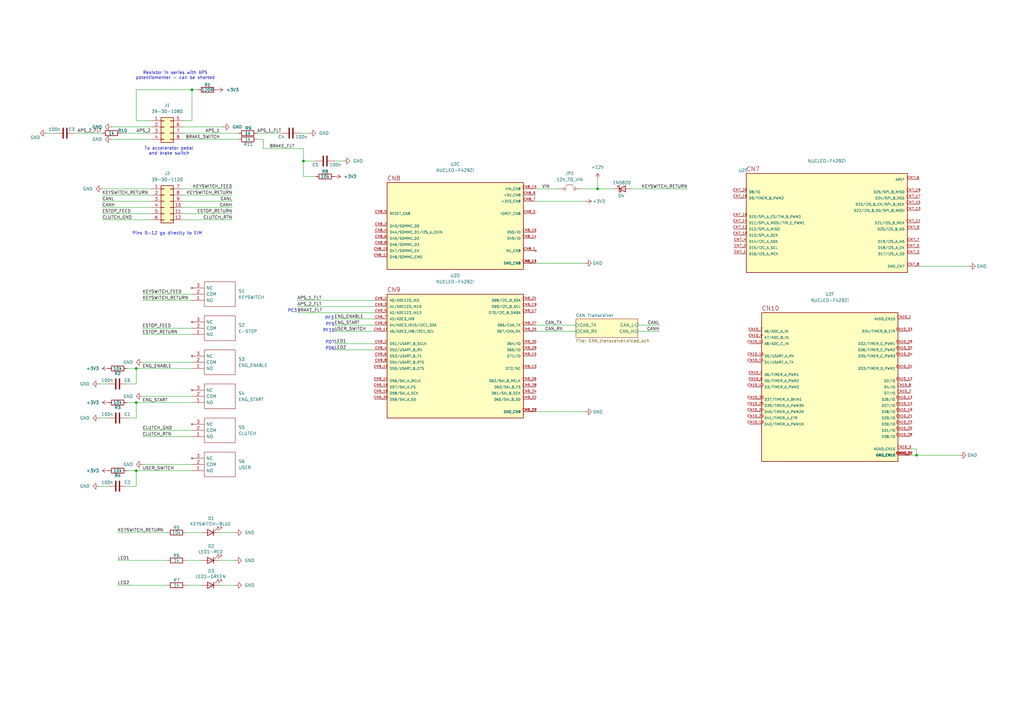
<source format=kicad_sch>
(kicad_sch (version 20231120) (generator "eeschema") (generator_version "8.0")
  (paper "A3")
  (junction (at 55.88 193.04))
  (junction (at 55.88 165.1))
  (junction (at 245.11 77.47))
  (junction (at 78.74 36.83))
  (junction (at 124.46 66.04))
  (junction (at 55.88 151.13))
  (junction (at 375.92 186.69))
  (wire (pts (xy 48.26 229.87) (xy 68.58 229.87)))
  (wire (pts (xy 52.07 151.13) (xy 55.88 151.13)))
  (wire (pts (xy 261.62 133.35) (xy 270.51 133.35)))
  (wire (pts (xy 55.88 165.1) (xy 78.74 165.1)))
  (wire (pts (xy 375.92 184.15) (xy 375.92 186.69)))
  (wire (pts (xy 40.64 171.45) (xy 44.45 171.45)))
  (wire (pts (xy 373.38 184.15) (xy 375.92 184.15)))
  (wire (pts (xy 219.71 77.47) (xy 228.6 77.47)))
  (wire (pts (xy 81.28 36.83) (xy 78.74 36.83)))
  (wire (pts (xy 30.48 54.61) (xy 41.91 54.61)))
  (wire (pts (xy 124.46 72.39) (xy 124.46 66.04)))
  (wire (pts (xy 78.74 179.07) (xy 58.42 179.07)))
  (wire (pts (xy 90.17 218.44) (xy 96.52 218.44)))
  (wire (pts (xy 129.54 72.39) (xy 124.46 72.39)))
  (wire (pts (xy 58.42 134.62) (xy 78.74 134.62)))
  (wire (pts (xy 41.91 85.09) (xy 62.23 85.09)))
  (wire (pts (xy 41.91 82.55) (xy 62.23 82.55)))
  (wire (pts (xy 49.53 54.61) (xy 62.23 54.61)))
  (wire (pts (xy 58.42 123.19) (xy 78.74 123.19)))
  (wire (pts (xy 107.95 60.96) (xy 124.46 60.96)))
  (wire (pts (xy 58.42 120.65) (xy 78.74 120.65)))
  (wire (pts (xy 137.16 140.97) (xy 153.67 140.97)))
  (wire (pts (xy 261.62 135.89) (xy 270.51 135.89)))
  (wire (pts (xy 40.64 199.39) (xy 44.45 199.39)))
  (wire (pts (xy 375.92 186.69) (xy 393.7 186.69)))
  (wire (pts (xy 58.42 162.56) (xy 78.74 162.56)))
  (wire (pts (xy 137.16 130.81) (xy 153.67 130.81)))
  (wire (pts (xy 74.93 57.15) (xy 97.79 57.15)))
  (wire (pts (xy 121.92 125.73) (xy 153.67 125.73)))
  (wire (pts (xy 76.2 218.44) (xy 82.55 218.44)))
  (wire (pts (xy 41.91 87.63) (xy 62.23 87.63)))
  (wire (pts (xy 137.16 133.35) (xy 153.67 133.35)))
  (wire (pts (xy 58.42 148.59) (xy 78.74 148.59)))
  (wire (pts (xy 219.71 135.89) (xy 236.22 135.89)))
  (wire (pts (xy 76.2 240.03) (xy 82.55 240.03)))
  (wire (pts (xy 245.11 77.47) (xy 251.46 77.47)))
  (wire (pts (xy 74.93 90.17) (xy 95.25 90.17)))
  (wire (pts (xy 90.17 240.03) (xy 96.52 240.03)))
  (wire (pts (xy 281.94 77.47) (xy 259.08 77.47)))
  (wire (pts (xy 55.88 36.83) (xy 55.88 49.53)))
  (wire (pts (xy 40.64 157.48) (xy 44.45 157.48)))
  (wire (pts (xy 45.72 57.15) (xy 62.23 57.15)))
  (wire (pts (xy 55.88 199.39) (xy 55.88 193.04)))
  (wire (pts (xy 74.93 54.61) (xy 97.79 54.61)))
  (wire (pts (xy 95.25 80.01) (xy 74.93 80.01)))
  (wire (pts (xy 19.05 54.61) (xy 22.86 54.61)))
  (wire (pts (xy 48.26 218.44) (xy 68.58 218.44)))
  (wire (pts (xy 45.72 52.07) (xy 62.23 52.07)))
  (wire (pts (xy 373.38 186.69) (xy 375.92 186.69)))
  (wire (pts (xy 52.07 171.45) (xy 55.88 171.45)))
  (wire (pts (xy 219.71 107.95) (xy 240.03 107.95)))
  (wire (pts (xy 140.97 66.04) (xy 137.16 66.04)))
  (wire (pts (xy 52.07 157.48) (xy 55.88 157.48)))
  (wire (pts (xy 48.26 240.03) (xy 68.58 240.03)))
  (wire (pts (xy 74.93 49.53) (xy 78.74 49.53)))
  (wire (pts (xy 78.74 49.53) (xy 78.74 36.83)))
  (wire (pts (xy 55.88 49.53) (xy 62.23 49.53)))
  (wire (pts (xy 90.17 229.87) (xy 96.52 229.87)))
  (wire (pts (xy 95.25 82.55) (xy 74.93 82.55)))
  (wire (pts (xy 91.44 52.07) (xy 74.93 52.07)))
  (wire (pts (xy 107.95 57.15) (xy 107.95 60.96)))
  (wire (pts (xy 74.93 87.63) (xy 95.25 87.63)))
  (wire (pts (xy 55.88 157.48) (xy 55.88 151.13)))
  (wire (pts (xy 58.42 190.5) (xy 78.74 190.5)))
  (wire (pts (xy 105.41 57.15) (xy 107.95 57.15)))
  (wire (pts (xy 124.46 66.04) (xy 129.54 66.04)))
  (wire (pts (xy 55.88 193.04) (xy 78.74 193.04)))
  (wire (pts (xy 137.16 135.89) (xy 153.67 135.89)))
  (wire (pts (xy 78.74 36.83) (xy 55.88 36.83)))
  (wire (pts (xy 377.19 109.22) (xy 397.51 109.22)))
  (wire (pts (xy 41.91 77.47) (xy 62.23 77.47)))
  (wire (pts (xy 127 54.61) (xy 123.19 54.61)))
  (wire (pts (xy 55.88 151.13) (xy 78.74 151.13)))
  (wire (pts (xy 76.2 229.87) (xy 82.55 229.87)))
  (wire (pts (xy 95.25 85.09) (xy 74.93 85.09)))
  (wire (pts (xy 95.25 77.47) (xy 74.93 77.47)))
  (wire (pts (xy 41.91 90.17) (xy 62.23 90.17)))
  (wire (pts (xy 219.71 168.91) (xy 240.03 168.91)))
  (wire (pts (xy 41.91 80.01) (xy 62.23 80.01)))
  (wire (pts (xy 52.07 193.04) (xy 55.88 193.04)))
  (wire (pts (xy 219.71 133.35) (xy 236.22 133.35)))
  (wire (pts (xy 78.74 176.53) (xy 58.42 176.53)))
  (wire (pts (xy 121.92 128.27) (xy 153.67 128.27)))
  (wire (pts (xy 245.11 73.66) (xy 245.11 77.47)))
  (wire (pts (xy 238.76 77.47) (xy 245.11 77.47)))
  (wire (pts (xy 105.41 54.61) (xy 115.57 54.61)))
  (wire (pts (xy 52.07 199.39) (xy 55.88 199.39)))
  (wire (pts (xy 219.71 82.55) (xy 240.03 82.55)))
  (wire (pts (xy 55.88 171.45) (xy 55.88 165.1)))
  (wire (pts (xy 121.92 123.19) (xy 153.67 123.19)))
  (wire (pts (xy 52.07 165.1) (xy 55.88 165.1)))
  (wire (pts (xy 58.42 137.16) (xy 78.74 137.16)))
  (wire (pts (xy 137.16 143.51) (xy 153.67 143.51)))
  (wire (pts (xy 124.46 60.96) (xy 124.46 66.04)))
  (text "Resistor in series with APS\npotentiomenter - can be shorted" (at 71.882 30.988 0) (effects (font (size 1.27 1.27))))
  (text "PF5" (at 135.382 133.096 0) (effects (font (size 1.27 1.27))))
  (text "To accelerator pedal\nand brake switch" (at 69.342 61.976 0) (effects (font (size 1.27 1.27))))
  (text "PD7" (at 135.382 140.462 0) (effects (font (size 1.27 1.27))))
  (text "PD6" (at 135.382 143.002 0) (effects (font (size 1.27 1.27))))
  (text "PF3" (at 135.128 130.556 0) (effects (font (size 1.27 1.27))))
  (text "PF10" (at 134.874 135.636 0) (effects (font (size 1.27 1.27))))
  (text "Pins 5-12 go directly to EIM" (at 68.58 95.758 0) (effects (font (size 1.27 1.27))))
  (text "PC3" (at 119.888 127.508 0) (effects (font (size 1.27 1.27))))
  (label "CANH" (at 95.25 85.09 180))
  (label "APS_2_FLT" (at 31.75 54.61 0))
  (label "APS_1" (at 90.17 54.61 180))
  (label "ENG_START" (at 137.16 133.35 0))
  (label "LED1" (at 48.26 229.87 0))
  (label "KEYSWITCH_FEED" (at 95.25 77.47 180))
  (label "APS_1_FLT" (at 121.92 123.19 0))
  (label "KEYSWITCH_RETURN" (at 41.91 80.01 0))
  (label "ENG_ENABLE" (at 58.42 151.13 0))
  (label "KEYSWITCH_RETURN" (at 95.25 80.01 180))
  (label "CAN_RX" (at 223.52 135.89 0))
  (label "CANH" (at 41.91 85.09 0))
  (label "ESTOP_RETURN" (at 95.25 87.63 180))
  (label "CANL" (at 270.51 133.35 180))
  (label "ENG_START" (at 58.42 165.1 0))
  (label "ESTOP_FEED" (at 41.91 87.63 0))
  (label "CLUTCH_RTN" (at 58.42 179.07 0))
  (label "USER_SWITCH" (at 137.16 135.89 0))
  (label "VIN" (at 222.25 77.47 0))
  (label "BRAKE_FLT" (at 110.49 60.96 0))
  (label "KEYSWITCH_RETURN" (at 48.26 218.44 0))
  (label "ENG_ENABLE" (at 137.16 130.81 0))
  (label "LED2" (at 137.16 143.51 0))
  (label "LED1" (at 137.16 140.97 0))
  (label "KEYSWITCH_FEED" (at 58.42 120.65 0))
  (label "APS_2" (at 55.88 54.61 0))
  (label "CANH" (at 270.51 135.89 180))
  (label "LED2" (at 48.26 240.03 0))
  (label "CAN_TX" (at 223.52 133.35 0))
  (label "APS_2_FLT" (at 121.92 125.73 0))
  (label "CLUTCH_GND" (at 41.91 90.17 0))
  (label "ESTOP_RETURN" (at 58.42 137.16 0))
  (label "BRAKE_FLT" (at 121.92 128.27 0))
  (label "CANL" (at 95.25 82.55 180))
  (label "KEYSWITCH_RETURN" (at 58.42 123.19 0))
  (label "CLUTCH_GND" (at 58.42 176.53 0))
  (label "CANL" (at 41.91 82.55 0))
  (label "BRAKE_SWITCH" (at 90.17 57.15 180))
  (label "KEYSWITCH_RETURN" (at 281.94 77.47 180))
  (label "APS_1_FLT" (at 105.41 54.61 0))
  (label "CLUTCH_RTN" (at 95.25 90.17 180))
  (label "ESTOP_FEED" (at 58.42 134.62 0))
  (label "USER_SWITCH" (at 58.42 193.04 0))
  (symbol (lib_id "power:GND") (at 240.03 168.91 90) (unit 1)
    (property "Reference" "#PWR019" (effects (hide yes)))
    (property "Value" "GND" (at 245.11 168.91 90))
    (property "Description" "Power symbol creates a global label with name \"GND\" , ground" (effects (hide yes)))
  )
  (symbol (lib_id "power:GND") (at 96.52 229.87 90) (unit 1)
    (property "Reference" "#PWR015" (effects (hide yes)))
    (property "Value" "GND" (at 100.33 229.8699 90) (effects (justify right)))
    (property "Description" "Power symbol creates a global label with name \"GND\" , ground" (effects (hide yes)))
  )
  (symbol (lib_id "Device:C") (at 133.35 66.04 270) (unit 1)
    (property "Reference" "C5" (at 128.016 67.564 90) (effects (justify left)))
    (property "Value" "100n" (at 135.128 67.564 90) (effects (justify left)))
    (property "Footprint" "Capacitor_SMD:C_0805_2012Metric_Pad1.18x1.45mm_HandSolder" (effects (hide yes)))
    (property "Description" "Unpolarized capacitor" (effects (hide yes)))
  )
  (symbol (lib_id "power:GND") (at 127 54.61 90) (unit 1)
    (property "Reference" "#PWR023" (effects (hide yes)))
    (property "Value" "GND" (at 130.81 54.6101 90) (effects (justify right)))
    (property "Description" "Power symbol creates a global label with name \"GND\" , ground" (effects (hide yes)))
  )
  (symbol (lib_id "power:GND") (at 45.72 57.15 270) (unit 1)
    (property "Reference" "#PWR06" (effects (hide yes)))
    (property "Value" "GND" (at 41.91 57.1499 90) (effects (justify right)))
    (property "Description" "Power symbol creates a global label with name \"GND\" , ground" (effects (hide yes)))
  )
  (symbol (lib_id "SamacSys_Parts:2MS1T2B4M2QES") (at 78.74 146.05 0) (unit 1)
    (property "Reference" "S3" (at 97.79 147.3199 0) (effects (justify left)))
    (property "Value" "ENG_ENABLE" (at 97.79 149.8599 0) (effects (justify left)))
    (property "Footprint" "SamacSys_Parts:2MS1T2B4M2QES" (effects (hide yes)))
    (property "Description" "Toggle Switches SPDT ON-ON 28VDC 1A, 3A Non-Illuminated" (effects (hide yes)))
    (property "Description_1" "Toggle Switches SPDT ON-ON 28VDC 1A, 3A Non-Illuminated" (effects (hide yes)))
    (property "Height" "19.56" (effects (hide yes)))
    (property "Mouser Part Number" "118-2MS1T2B4M2QES" (effects (hide yes)))
    (property "Mouser Price/Stock" "https://www.mouser.co.uk/ProductDetail/Dailywell/2MS1T2B4M2QES?qs=B6kkDfuK7%2FBFwlEcJvZVfQ%3D%3D" (effects (hide yes)))
    (property "Manufacturer_Name" "Dailywell" (effects (hide yes)))
    (property "Manufacturer_Part_Number" "2MS1T2B4M2QES" (effects (hide yes)))
  )
  (symbol (lib_id "power:GND") (at 19.05 54.61 270) (unit 1)
    (property "Reference" "#PWR022" (effects (hide yes)))
    (property "Value" "GND" (at 16.51 56.388 90) (effects (justify right)))
    (property "Description" "Power symbol creates a global label with name \"GND\" , ground" (effects (hide yes)))
  )
  (symbol (lib_id "power:GND") (at 397.51 109.22 90) (unit 1)
    (property "Reference" "#PWR021" (effects (hide yes)))
    (property "Value" "GND" (at 402.59 109.22 90))
    (property "Description" "Power symbol creates a global label with name \"GND\" , ground" (effects (hide yes)))
  )
  (symbol (lib_id "SamacSys_Parts:2MS1T2B4M2QES") (at 78.74 187.96 0) (unit 1)
    (property "Reference" "S6" (at 97.79 189.2299 0) (effects (justify left)))
    (property "Value" "USER" (at 97.79 191.7699 0) (effects (justify left)))
    (property "Footprint" "SamacSys_Parts:2MS1T2B4M2QES" (effects (hide yes)))
    (property "Description" "Toggle Switches SPDT ON-ON 28VDC 1A, 3A Non-Illuminated" (effects (hide yes)))
    (property "Description_1" "Toggle Switches SPDT ON-ON 28VDC 1A, 3A Non-Illuminated" (effects (hide yes)))
    (property "Height" "19.56" (effects (hide yes)))
    (property "Mouser Part Number" "118-2MS1T2B4M2QES" (effects (hide yes)))
    (property "Mouser Price/Stock" "https://www.mouser.co.uk/ProductDetail/Dailywell/2MS1T2B4M2QES?qs=B6kkDfuK7%2FBFwlEcJvZVfQ%3D%3D" (effects (hide yes)))
    (property "Manufacturer_Name" "Dailywell" (effects (hide yes)))
    (property "Manufacturer_Part_Number" "2MS1T2B4M2QES" (effects (hide yes)))
  )
  (symbol (lib_id "power:GND") (at 91.44 52.07 90) (unit 1)
    (property "Reference" "#PWR05" (effects (hide yes)))
    (property "Value" "GND" (at 95.25 52.0701 90) (effects (justify right)))
    (property "Description" "Power symbol creates a global label with name \"GND\" , ground" (effects (hide yes)))
  )
  (symbol (lib_id "Device:C") (at 48.26 199.39 90) (unit 1)
    (property "Reference" "C2" (at 53.594 197.866 90) (effects (justify left)))
    (property "Value" "100n" (at 46.482 197.866 90) (effects (justify left)))
    (property "Footprint" "Capacitor_SMD:C_0805_2012Metric_Pad1.18x1.45mm_HandSolder" (effects (hide yes)))
    (property "Description" "Unpolarized capacitor" (effects (hide yes)))
  )
  (symbol (lib_id "SamacSys_Parts:2MS1T2B4M2QES") (at 78.74 173.99 0) (unit 1)
    (property "Reference" "S5" (at 97.79 175.2599 0) (effects (justify left)))
    (property "Value" "CLUTCH" (at 97.79 177.7999 0) (effects (justify left)))
    (property "Footprint" "SamacSys_Parts:2MS1T2B4M2QES" (effects (hide yes)))
    (property "Description" "Toggle Switches SPDT ON-ON 28VDC 1A, 3A Non-Illuminated" (effects (hide yes)))
    (property "Description_1" "Toggle Switches SPDT ON-ON 28VDC 1A, 3A Non-Illuminated" (effects (hide yes)))
    (property "Height" "19.56" (effects (hide yes)))
    (property "Mouser Part Number" "118-2MS1T2B4M2QES" (effects (hide yes)))
    (property "Mouser Price/Stock" "https://www.mouser.co.uk/ProductDetail/Dailywell/2MS1T2B4M2QES?qs=B6kkDfuK7%2FBFwlEcJvZVfQ%3D%3D" (effects (hide yes)))
    (property "Manufacturer_Name" "Dailywell" (effects (hide yes)))
    (property "Manufacturer_Part_Number" "2MS1T2B4M2QES" (effects (hide yes)))
  )
  (symbol (lib_id "power:GND") (at 45.72 52.07 270) (unit 1)
    (property "Reference" "#PWR04" (effects (hide yes)))
    (property "Value" "GND" (at 41.91 52.0699 90) (effects (justify right)))
    (property "Description" "Power symbol creates a global label with name \"GND\" , ground" (effects (hide yes)))
  )
  (symbol (lib_id "power:GND") (at 240.03 107.95 90) (unit 1)
    (property "Reference" "#PWR01" (effects (hide yes)))
    (property "Value" "GND" (at 245.11 107.95 90))
    (property "Description" "Power symbol creates a global label with name \"GND\" , ground" (effects (hide yes)))
  )
  (symbol (lib_id "Device:LED") (at 86.36 229.87 180) (unit 1)
    (property "Reference" "D2" (at 86.614 224.028 0))
    (property "Value" "LED1-RED" (at 86.36 226.314 0))
    (property "Footprint" "LED_THT:LED_D4.0mm" (effects (hide yes)))
    (property "Description" "Light emitting diode" (effects (hide yes)))
  )
  (symbol (lib_id "power:GND") (at 96.52 240.03 90) (unit 1)
    (property "Reference" "#PWR016" (effects (hide yes)))
    (property "Value" "GND" (at 100.33 240.0299 90) (effects (justify right)))
    (property "Description" "Power symbol creates a global label with name \"GND\" , ground" (effects (hide yes)))
  )
  (symbol (lib_id "power:+3V3") (at 88.9 36.83 270) (unit 1)
    (property "Reference" "#PWR03" (effects (hide yes)))
    (property "Value" "+3V3" (at 92.71 36.8299 90) (effects (justify left)))
    (property "Description" "Power symbol creates a global label with name \"+3V3\"" (effects (hide yes)))
  )
  (symbol (lib_id "power:GND") (at 58.42 148.59 270) (unit 1)
    (property "Reference" "#PWR08" (effects (hide yes)))
    (property "Value" "GND" (at 54.61 148.5899 90) (effects (justify right)))
    (property "Description" "Power symbol creates a global label with name \"GND\" , ground" (effects (hide yes)))
  )
  (symbol (lib_id "Device:R") (at 48.26 165.1 270) (unit 1)
    (property "Reference" "R3" (at 48.26 167.132 90))
    (property "Value" "10k" (at 48.26 165.1 90))
    (property "Footprint" "Resistor_THT:R_Axial_DIN0207_L6.3mm_D2.5mm_P10.16mm_Horizontal" (effects (hide yes)))
    (property "Description" "Resistor" (effects (hide yes)))
  )
  (symbol (lib_id "power:GND") (at 96.52 218.44 90) (unit 1)
    (property "Reference" "#PWR014" (effects (hide yes)))
    (property "Value" "GND" (at 100.33 218.4399 90) (effects (justify right)))
    (property "Description" "Power symbol creates a global label with name \"GND\" , ground" (effects (hide yes)))
  )
  (symbol (lib_id "NUCLEO-F429ZI:NUCLEO-F429ZI") (at 339.09 91.44 0) (unit 5)
    (property "Reference" "U2" (at 304.8 69.85 0))
    (property "Value" "NUCLEO-F429ZI" (at 339.09 66.04 0))
    (property "Footprint" "custom:MODULE_NUCLEO-F429ZI" (effects (hide yes)))
    (property "MF" "STMicroelectronics" (effects (hide yes)))
    (property "MAXIMUM_PACKAGE_HEIGHT" "N/A" (effects (hide yes)))
    (property "Package" "None" (effects (hide yes)))
    (property "Price" "None" (effects (hide yes)))
    (property "Check_prices" "https://www.snapeda.com/parts/NUCLEO-F429ZI/STMicroelectronics/view-part/?ref=eda" (effects (hide yes)))
    (property "STANDARD" "Manufacturer Recommendations" (effects (hide yes)))
    (property "PARTREV" "8" (effects (hide yes)))
    (property "SnapEDA_Link" "https://www.snapeda.com/parts/NUCLEO-F429ZI/STMicroelectronics/view-part/?ref=snap" (effects (hide yes)))
    (property "MP" "NUCLEO-F429ZI" (effects (hide yes)))
    (property "Description_1" "\n                        \n                            STM32F429ZI, mbed-Enabled Development Nucleo-144 STM32F4 ARM® Cortex®-M4 MCU 32-Bit Embedded Evaluation Board\n                        \n" (effects (hide yes)))
    (property "Availability" "In Stock" (effects (hide yes)))
    (property "MANUFACTURER" "STMicroelectronics" (effects (hide yes)))
  )
  (symbol (lib_id "Jumper:Jumper_2_Open") (at 233.68 77.47 0) (unit 1) (exclude_from_sim yes)
    (property "Reference" "JP1" (at 233.68 71.12 0))
    (property "Value" "12V_TO_VIN" (at 233.68 73.66 0))
    (property "Footprint" "Connector_PinHeader_2.54mm:PinHeader_1x02_P2.54mm_Vertical" (effects (hide yes)))
    (property "Description" "Jumper, 2-pole, open" (effects (hide yes)))
  )
  (symbol (lib_id "power:GND") (at 58.42 162.56 270) (unit 1)
    (property "Reference" "#PWR011" (effects (hide yes)))
    (property "Value" "GND" (at 54.61 162.5599 90) (effects (justify right)))
    (property "Description" "Power symbol creates a global label with name \"GND\" , ground" (effects (hide yes)))
  )
  (symbol (lib_id "power:GND") (at 40.64 157.48 270) (unit 1)
    (property "Reference" "#PWR026" (effects (hide yes)))
    (property "Value" "GND" (at 36.83 157.4799 90) (effects (justify right)))
    (property "Description" "Power symbol creates a global label with name \"GND\" , ground" (effects (hide yes)))
  )
  (symbol (lib_id "Device:D_Schottky") (at 255.27 77.47 0) (unit 1)
    (property "Reference" "D4" (at 254.762 80.264 0))
    (property "Value" "1N5820" (at 255.016 74.93 0))
    (property "Footprint" "Diode_THT:D_DO-201AD_P15.24mm_Horizontal" (effects (hide yes)))
    (property "Description" "Schottky diode" (effects (hide yes)))
  )
  (symbol (lib_id "NUCLEO-F429ZI:NUCLEO-F429ZI") (at 186.69 92.71 0) (unit 3)
    (property "Reference" "U2" (at 186.69 67.31 0))
    (property "Value" "NUCLEO-F429ZI" (at 186.69 69.85 0))
    (property "Footprint" "custom:MODULE_NUCLEO-F429ZI" (effects (hide yes)))
    (property "MF" "STMicroelectronics" (effects (hide yes)))
    (property "MAXIMUM_PACKAGE_HEIGHT" "N/A" (effects (hide yes)))
    (property "Package" "None" (effects (hide yes)))
    (property "Price" "None" (effects (hide yes)))
    (property "Check_prices" "https://www.snapeda.com/parts/NUCLEO-F429ZI/STMicroelectronics/view-part/?ref=eda" (effects (hide yes)))
    (property "STANDARD" "Manufacturer Recommendations" (effects (hide yes)))
    (property "PARTREV" "8" (effects (hide yes)))
    (property "SnapEDA_Link" "https://www.snapeda.com/parts/NUCLEO-F429ZI/STMicroelectronics/view-part/?ref=snap" (effects (hide yes)))
    (property "MP" "NUCLEO-F429ZI" (effects (hide yes)))
    (property "Description_1" "\n                        \n                            STM32F429ZI, mbed-Enabled Development Nucleo-144 STM32F4 ARM® Cortex®-M4 MCU 32-Bit Embedded Evaluation Board\n                        \n" (effects (hide yes)))
    (property "Availability" "In Stock" (effects (hide yes)))
    (property "MANUFACTURER" "STMicroelectronics" (effects (hide yes)))
  )
  (symbol (lib_id "power:GND") (at 58.42 190.5 270) (unit 1)
    (property "Reference" "#PWR013" (effects (hide yes)))
    (property "Value" "GND" (at 54.61 190.4999 90) (effects (justify right)))
    (property "Description" "Power symbol creates a global label with name \"GND\" , ground" (effects (hide yes)))
  )
  (symbol (lib_id "power:+3V3") (at 44.45 151.13 90) (unit 1)
    (property "Reference" "#PWR09" (effects (hide yes)))
    (property "Value" "+3V3" (at 40.64 151.1301 90) (effects (justify left)))
    (property "Description" "Power symbol creates a global label with name \"+3V3\"" (effects (hide yes)))
  )
  (symbol (lib_id "NUCLEO-F429ZI:NUCLEO-F429ZI") (at 186.69 146.05 0) (unit 4)
    (property "Reference" "U2" (at 186.69 113.03 0))
    (property "Value" "NUCLEO-F429ZI" (at 186.69 115.57 0))
    (property "Footprint" "custom:MODULE_NUCLEO-F429ZI" (effects (hide yes)))
    (property "MF" "STMicroelectronics" (effects (hide yes)))
    (property "MAXIMUM_PACKAGE_HEIGHT" "N/A" (effects (hide yes)))
    (property "Package" "None" (effects (hide yes)))
    (property "Price" "None" (effects (hide yes)))
    (property "Check_prices" "https://www.snapeda.com/parts/NUCLEO-F429ZI/STMicroelectronics/view-part/?ref=eda" (effects (hide yes)))
    (property "STANDARD" "Manufacturer Recommendations" (effects (hide yes)))
    (property "PARTREV" "8" (effects (hide yes)))
    (property "SnapEDA_Link" "https://www.snapeda.com/parts/NUCLEO-F429ZI/STMicroelectronics/view-part/?ref=snap" (effects (hide yes)))
    (property "MP" "NUCLEO-F429ZI" (effects (hide yes)))
    (property "Description_1" "\n                        \n                            STM32F429ZI, mbed-Enabled Development Nucleo-144 STM32F4 ARM® Cortex®-M4 MCU 32-Bit Embedded Evaluation Board\n                        \n" (effects (hide yes)))
    (property "Availability" "In Stock" (effects (hide yes)))
    (property "MANUFACTURER" "STMicroelectronics" (effects (hide yes)))
  )
  (symbol (lib_id "Device:R") (at 72.39 229.87 90) (unit 1)
    (property "Reference" "R6" (at 72.39 227.838 90))
    (property "Value" "1k" (at 72.39 229.87 90))
    (property "Footprint" "Resistor_THT:R_Axial_DIN0207_L6.3mm_D2.5mm_P10.16mm_Horizontal" (effects (hide yes)))
    (property "Description" "Resistor" (effects (hide yes)))
  )
  (symbol (lib_id "SamacSys_Parts:2MS1T2B4M2QES") (at 78.74 160.02 0) (unit 1)
    (property "Reference" "S4" (at 97.79 161.2899 0) (effects (justify left)))
    (property "Value" "ENG_START" (at 97.79 163.8299 0) (effects (justify left)))
    (property "Footprint" "SamacSys_Parts:2MS1T2B4M2QES" (effects (hide yes)))
    (property "Description" "Toggle Switches SPDT ON-ON 28VDC 1A, 3A Non-Illuminated" (effects (hide yes)))
    (property "Description_1" "Toggle Switches SPDT ON-ON 28VDC 1A, 3A Non-Illuminated" (effects (hide yes)))
    (property "Height" "19.56" (effects (hide yes)))
    (property "Mouser Part Number" "118-2MS1T2B4M2QES" (effects (hide yes)))
    (property "Mouser Price/Stock" "https://www.mouser.co.uk/ProductDetail/Dailywell/2MS1T2B4M2QES?qs=B6kkDfuK7%2FBFwlEcJvZVfQ%3D%3D" (effects (hide yes)))
    (property "Manufacturer_Name" "Dailywell" (effects (hide yes)))
    (property "Manufacturer_Part_Number" "2MS1T2B4M2QES" (effects (hide yes)))
  )
  (symbol (lib_id "power:+3V3") (at 44.45 165.1 90) (unit 1)
    (property "Reference" "#PWR010" (effects (hide yes)))
    (property "Value" "+3V3" (at 40.64 165.1001 90) (effects (justify left)))
    (property "Description" "Power symbol creates a global label with name \"+3V3\"" (effects (hide yes)))
  )
  (symbol (lib_id "Device:R") (at 48.26 193.04 270) (unit 1)
    (property "Reference" "R4" (at 48.26 195.072 90))
    (property "Value" "10k" (at 48.26 193.04 90))
    (property "Footprint" "Resistor_THT:R_Axial_DIN0207_L6.3mm_D2.5mm_P10.16mm_Horizontal" (effects (hide yes)))
    (property "Description" "Resistor" (effects (hide yes)))
  )
  (symbol (lib_id "NUCLEO-F429ZI:NUCLEO-F429ZI") (at 340.36 158.75 0) (unit 6)
    (property "Reference" "U2" (at 340.36 120.65 0))
    (property "Value" "NUCLEO-F429ZI" (at 340.36 123.19 0))
    (property "Footprint" "custom:MODULE_NUCLEO-F429ZI" (effects (hide yes)))
    (property "MF" "STMicroelectronics" (effects (hide yes)))
    (property "MAXIMUM_PACKAGE_HEIGHT" "N/A" (effects (hide yes)))
    (property "Package" "None" (effects (hide yes)))
    (property "Price" "None" (effects (hide yes)))
    (property "Check_prices" "https://www.snapeda.com/parts/NUCLEO-F429ZI/STMicroelectronics/view-part/?ref=eda" (effects (hide yes)))
    (property "STANDARD" "Manufacturer Recommendations" (effects (hide yes)))
    (property "PARTREV" "8" (effects (hide yes)))
    (property "SnapEDA_Link" "https://www.snapeda.com/parts/NUCLEO-F429ZI/STMicroelectronics/view-part/?ref=snap" (effects (hide yes)))
    (property "MP" "NUCLEO-F429ZI" (effects (hide yes)))
    (property "Description_1" "\n                        \n                            STM32F429ZI, mbed-Enabled Development Nucleo-144 STM32F4 ARM® Cortex®-M4 MCU 32-Bit Embedded Evaluation Board\n                        \n" (effects (hide yes)))
    (property "Availability" "In Stock" (effects (hide yes)))
    (property "MANUFACTURER" "STMicroelectronics" (effects (hide yes)))
  )
  (symbol (lib_id "power:+12V") (at 245.11 73.66 0) (unit 1)
    (property "Reference" "#PWR027" (effects (hide yes)))
    (property "Value" "+12V" (at 245.11 68.58 0))
    (property "Description" "Power symbol creates a global label with name \"+12V\"" (effects (hide yes)))
  )
  (symbol (lib_id "Device:C") (at 48.26 171.45 90) (unit 1)
    (property "Reference" "C1" (at 53.594 169.926 90) (effects (justify left)))
    (property "Value" "100n" (at 46.482 169.926 90) (effects (justify left)))
    (property "Footprint" "Capacitor_SMD:C_0805_2012Metric_Pad1.18x1.45mm_HandSolder" (effects (hide yes)))
    (property "Description" "Unpolarized capacitor" (effects (hide yes)))
  )
  (symbol (lib_id "Connector_Generic:Conn_02x04_Top_Bottom") (at 67.31 52.07 0) (unit 1)
    (property "Reference" "J1" (at 68.58 43.18 0))
    (property "Value" "39-30-1080" (at 68.58 45.72 0))
    (property "Footprint" "Connector_Molex:Molex_Mini-Fit_Jr_5569-08A2_2x04_P4.20mm_Horizontal" (effects (hide yes)))
    (property "Description" "Generic connector, double row, 02x04, top/bottom pin numbering scheme (row 1: 1...pins_per_row, row2: pins_per_row+1 ... num_pins), script generated (kicad-library-utils/schlib/autogen/connector/)" (effects (hide yes)))
  )
  (symbol (lib_id "Device:R") (at 101.6 57.15 90) (unit 1)
    (property "Reference" "R11" (at 101.854 59.182 90))
    (property "Value" "1k" (at 101.6 57.15 90))
    (property "Footprint" "Resistor_THT:R_Axial_DIN0207_L6.3mm_D2.5mm_P10.16mm_Horizontal" (effects (hide yes)))
    (property "Description" "Resistor" (effects (hide yes)))
  )
  (symbol (lib_id "power:GND") (at 140.97 66.04 90) (unit 1)
    (property "Reference" "#PWR024" (effects (hide yes)))
    (property "Value" "GND" (at 144.78 66.0401 90) (effects (justify right)))
    (property "Description" "Power symbol creates a global label with name \"GND\" , ground" (effects (hide yes)))
  )
  (symbol (lib_id "power:GND") (at 393.7 186.69 90) (unit 1)
    (property "Reference" "#PWR020" (effects (hide yes)))
    (property "Value" "GND" (at 398.78 186.69 90))
    (property "Description" "Power symbol creates a global label with name \"GND\" , ground" (effects (hide yes)))
  )
  (symbol (lib_id "Device:R") (at 48.26 151.13 270) (unit 1)
    (property "Reference" "R2" (at 48.26 153.162 90))
    (property "Value" "10k" (at 48.26 151.13 90))
    (property "Footprint" "Resistor_THT:R_Axial_DIN0207_L6.3mm_D2.5mm_P10.16mm_Horizontal" (effects (hide yes)))
    (property "Description" "Resistor" (effects (hide yes)))
  )
  (symbol (lib_id "power:GND") (at 41.91 77.47 270) (unit 1)
    (property "Reference" "#PWR02" (effects (hide yes)))
    (property "Value" "GND" (at 38.1 77.4699 90) (effects (justify right)))
    (property "Description" "Power symbol creates a global label with name \"GND\" , ground" (effects (hide yes)))
  )
  (symbol (lib_id "Device:R") (at 72.39 240.03 90) (unit 1)
    (property "Reference" "R7" (at 72.39 237.998 90))
    (property "Value" "1k" (at 72.39 240.03 90))
    (property "Footprint" "Resistor_THT:R_Axial_DIN0207_L6.3mm_D2.5mm_P10.16mm_Horizontal" (effects (hide yes)))
    (property "Description" "Resistor" (effects (hide yes)))
  )
  (symbol (lib_id "power:+3V3") (at 44.45 193.04 90) (unit 1)
    (property "Reference" "#PWR012" (effects (hide yes)))
    (property "Value" "+3V3" (at 40.64 193.0401 90) (effects (justify left)))
    (property "Description" "Power symbol creates a global label with name \"+3V3\"" (effects (hide yes)))
  )
  (symbol (lib_id "power:GND") (at 40.64 199.39 270) (unit 1)
    (property "Reference" "#PWR018" (effects (hide yes)))
    (property "Value" "GND" (at 36.83 199.3899 90) (effects (justify right)))
    (property "Description" "Power symbol creates a global label with name \"GND\" , ground" (effects (hide yes)))
  )
  (symbol (lib_id "power:+3V3") (at 137.16 72.39 270) (unit 1)
    (property "Reference" "#PWR025" (effects (hide yes)))
    (property "Value" "+3V3" (at 140.97 72.3899 90) (effects (justify left)))
    (property "Description" "Power symbol creates a global label with name \"+3V3\"" (effects (hide yes)))
  )
  (symbol (lib_id "Device:C") (at 48.26 157.48 90) (unit 1)
    (property "Reference" "C6" (at 53.594 155.956 90) (effects (justify left)))
    (property "Value" "100n" (at 46.482 155.956 90) (effects (justify left)))
    (property "Footprint" "Capacitor_SMD:C_0805_2012Metric_Pad1.18x1.45mm_HandSolder" (effects (hide yes)))
    (property "Description" "Unpolarized capacitor" (effects (hide yes)))
  )
  (symbol (lib_id "power:+3V3") (at 240.03 82.55 270) (unit 1)
    (property "Reference" "#PWR07" (effects (hide yes)))
    (property "Value" "+3V3" (at 245.618 82.55 90))
    (property "Description" "Power symbol creates a global label with name \"+3V3\"" (effects (hide yes)))
  )
  (symbol (lib_id "SamacSys_Parts:2MS1T2B4M2QES") (at 78.74 132.08 0) (unit 1)
    (property "Reference" "S2" (at 97.79 133.3499 0) (effects (justify left)))
    (property "Value" "E-STOP" (at 97.79 135.8899 0) (effects (justify left)))
    (property "Footprint" "SamacSys_Parts:2MS1T2B4M2QES" (effects (hide yes)))
    (property "Description" "Toggle Switches SPDT ON-ON 28VDC 1A, 3A Non-Illuminated" (effects (hide yes)))
    (property "Description_1" "Toggle Switches SPDT ON-ON 28VDC 1A, 3A Non-Illuminated" (effects (hide yes)))
    (property "Height" "19.56" (effects (hide yes)))
    (property "Mouser Part Number" "118-2MS1T2B4M2QES" (effects (hide yes)))
    (property "Mouser Price/Stock" "https://www.mouser.co.uk/ProductDetail/Dailywell/2MS1T2B4M2QES?qs=B6kkDfuK7%2FBFwlEcJvZVfQ%3D%3D" (effects (hide yes)))
    (property "Manufacturer_Name" "Dailywell" (effects (hide yes)))
    (property "Manufacturer_Part_Number" "2MS1T2B4M2QES" (effects (hide yes)))
  )
  (symbol (lib_id "Device:C") (at 26.67 54.61 90) (unit 1)
    (property "Reference" "C3" (at 30.734 53.086 90) (effects (justify left)))
    (property "Value" "100n" (at 24.892 53.086 90) (effects (justify left)))
    (property "Footprint" "Capacitor_SMD:C_0805_2012Metric_Pad1.18x1.45mm_HandSolder" (effects (hide yes)))
    (property "Description" "Unpolarized capacitor" (effects (hide yes)))
  )
  (symbol (lib_id "Device:R") (at 72.39 218.44 90) (unit 1)
    (property "Reference" "R5" (at 72.39 216.408 90))
    (property "Value" "10k" (at 72.39 218.44 90))
    (property "Footprint" "Resistor_THT:R_Axial_DIN0207_L6.3mm_D2.5mm_P10.16mm_Horizontal" (effects (hide yes)))
    (property "Description" "Resistor" (effects (hide yes)))
  )
  (symbol (lib_id "Device:LED") (at 86.36 218.44 180) (unit 1)
    (property "Reference" "D1" (at 86.614 212.598 0))
    (property "Value" "KEYSWITCH-BLUE" (at 86.36 214.884 0))
    (property "Footprint" "LED_THT:LED_D4.0mm" (effects (hide yes)))
    (property "Description" "Light emitting diode" (effects (hide yes)))
  )
  (symbol (lib_id "Device:R") (at 101.6 54.61 90) (unit 1)
    (property "Reference" "R9" (at 101.854 52.578 90))
    (property "Value" "1k" (at 101.6 54.61 90))
    (property "Footprint" "Resistor_THT:R_Axial_DIN0207_L6.3mm_D2.5mm_P10.16mm_Horizontal" (effects (hide yes)))
    (property "Description" "Resistor" (effects (hide yes)))
  )
  (symbol (lib_id "Device:C") (at 119.38 54.61 270) (unit 1)
    (property "Reference" "C4" (at 114.046 56.134 90) (effects (justify left)))
    (property "Value" "100n" (at 121.158 56.134 90) (effects (justify left)))
    (property "Footprint" "Capacitor_SMD:C_0805_2012Metric_Pad1.18x1.45mm_HandSolder" (effects (hide yes)))
    (property "Description" "Unpolarized capacitor" (effects (hide yes)))
  )
  (symbol (lib_id "Device:R") (at 45.72 54.61 90) (unit 1)
    (property "Reference" "R10" (at 50.292 53.594 90))
    (property "Value" "1k" (at 45.72 54.61 90))
    (property "Footprint" "Resistor_THT:R_Axial_DIN0207_L6.3mm_D2.5mm_P10.16mm_Horizontal" (effects (hide yes)))
    (property "Description" "Resistor" (effects (hide yes)))
  )
  (symbol (lib_id "power:GND") (at 40.64 171.45 270) (unit 1)
    (property "Reference" "#PWR017" (effects (hide yes)))
    (property "Value" "GND" (at 36.83 171.4499 90) (effects (justify right)))
    (property "Description" "Power symbol creates a global label with name \"GND\" , ground" (effects (hide yes)))
  )
  (symbol (lib_id "Device:R") (at 85.09 36.83 90) (unit 1)
    (property "Reference" "R1" (at 85.09 34.798 90))
    (property "Value" "120R" (at 85.09 36.83 90))
    (property "Footprint" "Resistor_THT:R_Axial_DIN0207_L6.3mm_D2.5mm_P10.16mm_Horizontal" (effects (hide yes)))
    (property "Description" "Resistor" (effects (hide yes)))
  )
  (symbol (lib_id "Connector_Generic:Conn_02x06_Top_Bottom") (at 67.31 82.55 0) (unit 1)
    (property "Reference" "J2" (at 68.58 71.12 0))
    (property "Value" "39-30-1120" (at 68.58 73.66 0))
    (property "Footprint" "Connector_Molex:Molex_Mini-Fit_Jr_5569-12A2_2x06_P4.20mm_Horizontal" (effects (hide yes)))
    (property "Description" "Generic connector, double row, 02x06, top/bottom pin numbering scheme (row 1: 1...pins_per_row, row2: pins_per_row+1 ... num_pins), script generated (kicad-library-utils/schlib/autogen/connector/)" (effects (hide yes)))
  )
  (symbol (lib_id "Device:LED") (at 86.36 240.03 180) (unit 1)
    (property "Reference" "D3" (at 86.614 234.188 0))
    (property "Value" "LED1-GREEN" (at 86.36 236.474 0))
    (property "Footprint" "LED_THT:LED_D4.0mm" (effects (hide yes)))
    (property "Description" "Light emitting diode" (effects (hide yes)))
  )
  (symbol (lib_id "Device:R") (at 133.35 72.39 90) (unit 1)
    (property "Reference" "R8" (at 133.35 70.358 90))
    (property "Value" "10k" (at 133.35 72.39 90))
    (property "Footprint" "Resistor_THT:R_Axial_DIN0207_L6.3mm_D2.5mm_P10.16mm_Horizontal" (effects (hide yes)))
    (property "Description" "Resistor" (effects (hide yes)))
  )
  (symbol (lib_id "SamacSys_Parts:2MS1T2B4M2QES") (at 78.74 118.11 0) (unit 1)
    (property "Reference" "S1" (at 97.79 119.3799 0) (effects (justify left)))
    (property "Value" "KEYSWITCH" (at 97.79 121.9199 0) (effects (justify left)))
    (property "Footprint" "SamacSys_Parts:2MS1T2B4M2QES" (effects (hide yes)))
    (property "Description" "Toggle Switches SPDT ON-ON 28VDC 1A, 3A Non-Illuminated" (effects (hide yes)))
    (property "Description_1" "Toggle Switches SPDT ON-ON 28VDC 1A, 3A Non-Illuminated" (effects (hide yes)))
    (property "Height" "19.56" (effects (hide yes)))
    (property "Mouser Part Number" "118-2MS1T2B4M2QES" (effects (hide yes)))
    (property "Mouser Price/Stock" "https://www.mouser.co.uk/ProductDetail/Dailywell/2MS1T2B4M2QES?qs=B6kkDfuK7%2FBFwlEcJvZVfQ%3D%3D" (effects (hide yes)))
    (property "Manufacturer_Name" "Dailywell" (effects (hide yes)))
    (property "Manufacturer_Part_Number" "2MS1T2B4M2QES" (effects (hide yes)))
  )
  (sheet (at 236.22 130.81) (size 25.4 7.62) (stroke (width 0.1524)) (fill (color 255 255 194 1.0000))
    (property "Sheetname" "CAN Transceiver" (at 236.22 130.0984 0) (effects (justify left bottom)))
    (property "Sheetfile" "CAN_transceiver.kicad_sch" (at 236.22 139.0146 0) (effects (justify left top)))
    (pin "CAN_L" input (at 261.62 133.35 0))
    (pin "CAN_TX" input (at 236.22 133.35 180))
    (pin "CAN_RX" output (at 236.22 135.89 180))
    (pin "CAN_H" input (at 261.62 135.89 0))
  )
)
</source>
